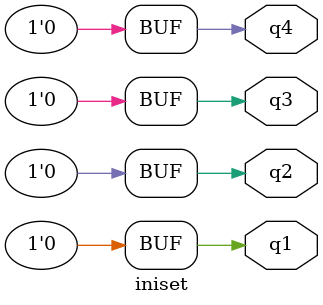
<source format=v>
`timescale 1ns / 1ps


module iniset(
    output wire q1,q2,q3,q4
    );
    assign q1 = 0;
    assign q2 = 0;
    assign q3 = 0;
    assign q4 = 0;
endmodule

</source>
